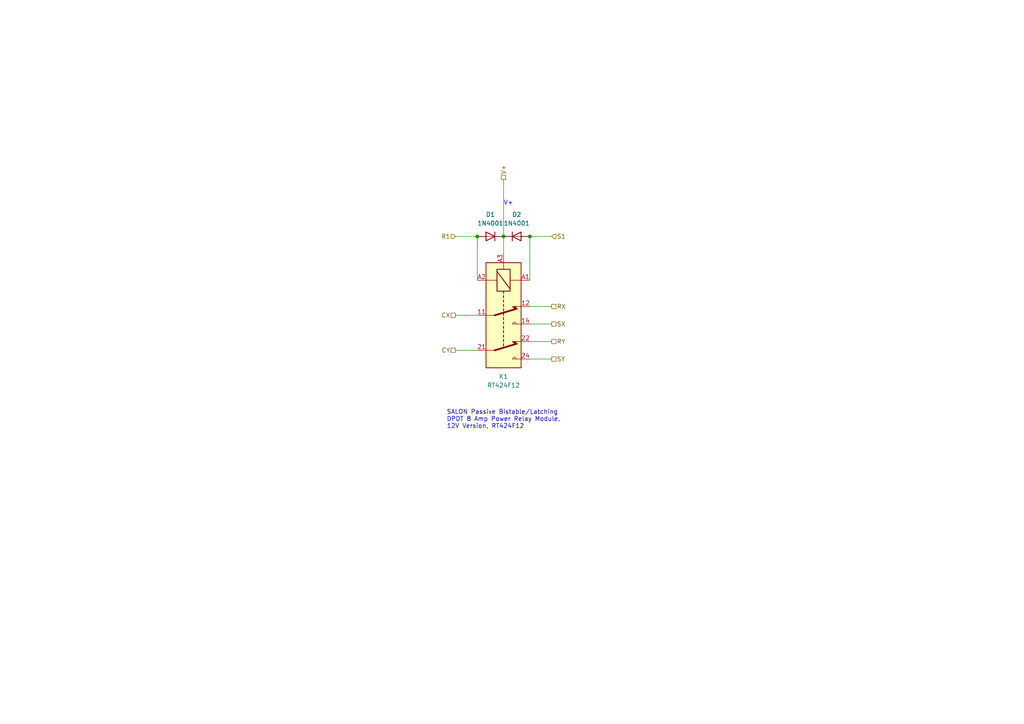
<source format=kicad_sch>
(kicad_sch (version 20231120) (generator "eeschema") (generator_version "8.0")
  (paper "A4")
  (lib_symbols
    (symbol "Diode:1N4001" (pin_numbers hide) (pin_names hide)
      (property "Reference" "D" (at 0 2.54 0))
      (property "Value" "1N4001" (at 0 -2.54 0))
      (symbol "1N4001_0_1"
        (polyline (pts (xy -1.27 1.27) (xy -1.27 -1.27)) (stroke (width 0.254)))
        (polyline (pts (xy 1.27 0) (xy -1.27 0)))
        (polyline (pts (xy 1.27 1.27) (xy 1.27 -1.27) (xy -1.27 0) (xy 1.27 1.27)) (stroke (width 0.254)))
      )
      (symbol "1N4001_1_1"
        (pin passive line (at -3.81 0 0) (length 2.54) (name "K") (number "1"))
        (pin passive line (at 3.81 0 180) (length 2.54) (name "A") (number "2"))
      )
    )
    (symbol "Relay:RT42xFxx"
      (property "Reference" "K" (at 16.51 3.81 0))
      (property "Value" "RT42xFxx" (at 16.51 1.27 0))
      (symbol "RT42xFxx_0_0"
        (polyline (pts (xy -7.62 1.905) (xy -12.7 -1.905)) (stroke (width 0.254)))
      )
      (symbol "RT42xFxx_0_1"
        (rectangle (start -15.24 0) (end -13.335 0))
        (rectangle (start -15.24 5.08) (end 15.24 -5.08) (stroke (width 0.254)) (fill (type background)))
        (rectangle (start -13.335 1.905) (end -6.985 -1.905) (stroke (width 0.254)))
        (polyline (pts (xy -10.16 -5.08) (xy -10.16 -1.905)))
        (polyline (pts (xy -10.16 5.08) (xy -10.16 1.905)))
        (polyline (pts (xy -6.985 0) (xy -6.35 0)) (stroke (width 0.254)))
        (polyline (pts (xy -5.715 0) (xy -5.08 0)) (stroke (width 0.254)))
        (polyline (pts (xy -4.445 0) (xy -3.81 0)) (stroke (width 0.254)))
        (polyline (pts (xy -3.175 0) (xy -2.54 0)) (stroke (width 0.254)))
        (polyline (pts (xy -1.905 0) (xy -1.27 0)) (stroke (width 0.254)))
        (polyline (pts (xy -0.635 0) (xy 0 0)) (stroke (width 0.254)))
        (polyline (pts (xy 0 -2.54) (xy -1.905 3.81)) (stroke (width 0.508)))
        (polyline (pts (xy 0 -2.54) (xy 0 -5.08)))
        (polyline (pts (xy 0.635 0) (xy 1.27 0)) (stroke (width 0.254)))
        (polyline (pts (xy 1.905 0) (xy 2.54 0)) (stroke (width 0.254)))
        (polyline (pts (xy 3.175 0) (xy 3.81 0)) (stroke (width 0.254)))
        (polyline (pts (xy 4.445 0) (xy 5.08 0)) (stroke (width 0.254)))
        (polyline (pts (xy 5.715 0) (xy 6.35 0)) (stroke (width 0.254)))
        (polyline (pts (xy 6.985 0) (xy 7.62 0)) (stroke (width 0.254)))
        (polyline (pts (xy 8.255 0) (xy 8.89 0)) (stroke (width 0.254)))
        (polyline (pts (xy 10.16 -2.54) (xy 8.255 3.81)) (stroke (width 0.508)))
        (polyline (pts (xy 10.16 -2.54) (xy 10.16 -5.08)))
        (polyline (pts (xy -2.54 5.08) (xy -2.54 2.54) (xy -1.905 3.175) (xy -2.54 3.81)) (fill (type outline)))
        (polyline (pts (xy 2.54 5.08) (xy 2.54 2.54) (xy 1.905 3.175) (xy 2.54 3.81)))
        (polyline (pts (xy 7.62 5.08) (xy 7.62 2.54) (xy 8.255 3.175) (xy 7.62 3.81)) (fill (type outline)))
        (polyline (pts (xy 12.7 5.08) (xy 12.7 2.54) (xy 12.065 3.175) (xy 12.7 3.81)))
      )
      (symbol "RT42xFxx_1_1"
        (pin passive line (at 0 -7.62 90) (length 2.54) (name "~") (number "11"))
        (pin passive line (at -2.54 7.62 270) (length 2.54) (name "~") (number "12"))
        (pin passive line (at 2.54 7.62 270) (length 2.54) (name "~") (number "14"))
        (pin passive line (at 10.16 -7.62 90) (length 2.54) (name "~") (number "21"))
        (pin passive line (at 7.62 7.62 270) (length 2.54) (name "~") (number "22"))
        (pin passive line (at 12.7 7.62 270) (length 2.54) (name "~") (number "24"))
        (pin passive line (at -10.16 7.62 270) (length 2.54) (name "~") (number "A1"))
        (pin passive line (at -10.16 -7.62 90) (length 2.54) (name "~") (number "A2"))
        (pin passive line (at -17.78 0 0) (length 2.54) (name "~") (number "A3"))
      )
    )
  )
  (junction (at 153.67 68.58))
  (junction (at 146.05 68.58))
  (junction (at 138.43 68.58))
  (wire (pts (xy 153.67 68.58) (xy 153.67 81.28)))
  (wire (pts (xy 153.67 88.9) (xy 160.02 88.9)))
  (wire (pts (xy 153.67 104.14) (xy 160.02 104.14)))
  (wire (pts (xy 153.67 68.58) (xy 160.02 68.58)))
  (wire (pts (xy 153.67 99.06) (xy 160.02 99.06)))
  (wire (pts (xy 146.05 68.58) (xy 146.05 73.66)))
  (wire (pts (xy 132.08 68.58) (xy 138.43 68.58)))
  (wire (pts (xy 132.08 91.44) (xy 138.43 91.44)))
  (wire (pts (xy 132.08 101.6) (xy 138.43 101.6)))
  (wire (pts (xy 146.05 52.07) (xy 146.05 68.58)))
  (wire (pts (xy 153.67 93.98) (xy 160.02 93.98)))
  (wire (pts (xy 138.43 81.28) (xy 138.43 68.58)))
  (text "V+" (at 146.05 59.69 0) (effects (font (size 1.27 1.27)) (justify left bottom)))
  (text "SALON Passive Bistable/Latching\nDPDT 8 Amp Power Relay Module,\n12V Version, RT424F12 " (at 129.54 124.46 0) (effects (font (size 1.27 1.27)) (justify left bottom)))
  (hierarchical_label "SX" (shape passive) (at 160.02 93.98 0))
  (hierarchical_label "CX" (shape passive) (at 132.08 91.44 180))
  (hierarchical_label "SY" (shape passive) (at 160.02 104.14 0))
  (hierarchical_label "RX" (shape passive) (at 160.02 88.9 0))
  (hierarchical_label "V+" (shape passive) (at 146.05 52.07 90))
  (hierarchical_label "CY" (shape passive) (at 132.08 101.6 180))
  (hierarchical_label "RY" (shape passive) (at 160.02 99.06 0))
  (hierarchical_label "R1" (shape input) (at 132.08 68.58 180))
  (hierarchical_label "S1" (shape input) (at 160.02 68.58 0))
  (symbol (lib_id "Relay:RT42xFxx") (at 146.05 91.44 270) (unit 1)
    (property "Reference" "K1" (at 146.05 109.22 90))
    (property "Value" "RT424F12" (at 146.05 111.76 90))
    (property "Footprint" "Relay_THT:Relay_DPDT_Schrack-RT2-FormC-Dual-Coil_RM5mm" (effects (hide yes)))
    (property "Datasheet" "http://www.te.com/commerce/DocumentDelivery/DDEController?Action=showdoc&DocId=Data+Sheet%7FRT2_bistable%7F1116%7Fpdf%7FEnglish%7FENG_DS_RT2_bistable_1116.pdf%7F1-1415537-8" (effects (hide yes)))
  )
  (symbol (lib_id "Diode:1N4001") (at 142.24 68.58 0) (mirror y) (unit 1)
    (property "Reference" "D1" (at 142.24 62.23 0))
    (property "Value" "1N4001" (at 142.24 64.77 0))
    (property "Footprint" "Diode_THT:D_DO-41_SOD81_P10.16mm_Horizontal" (effects (hide yes)))
    (property "Datasheet" "http://www.vishay.com/docs/88503/1n4001.pdf" (effects (hide yes)))
    (property "Sim.Device" "D" (effects (hide yes)))
    (property "Sim.Pins" "1=K 2=A" (effects (hide yes)))
  )
  (symbol (lib_id "Diode:1N4001") (at 149.86 68.58 0) (unit 1)
    (property "Reference" "D2" (at 149.86 62.23 0))
    (property "Value" "1N4001" (at 149.86 64.77 0))
    (property "Footprint" "Diode_THT:D_DO-41_SOD81_P10.16mm_Horizontal" (effects (hide yes)))
    (property "Datasheet" "http://www.vishay.com/docs/88503/1n4001.pdf" (effects (hide yes)))
    (property "Sim.Device" "D" (effects (hide yes)))
    (property "Sim.Pins" "1=K 2=A" (effects (hide yes)))
  )
)
</source>
